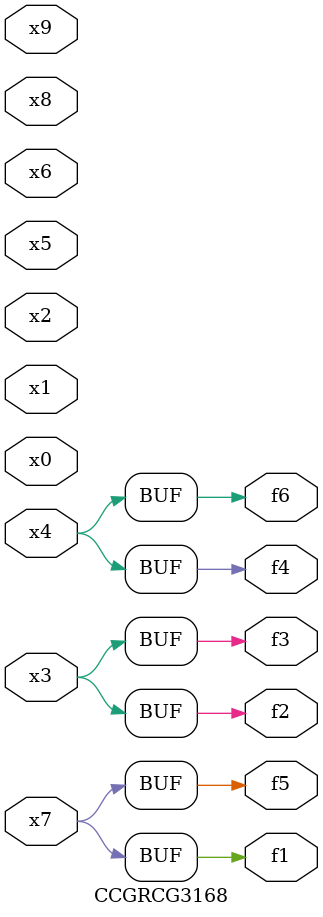
<source format=v>
module CCGRCG3168(
	input x0, x1, x2, x3, x4, x5, x6, x7, x8, x9,
	output f1, f2, f3, f4, f5, f6
);
	assign f1 = x7;
	assign f2 = x3;
	assign f3 = x3;
	assign f4 = x4;
	assign f5 = x7;
	assign f6 = x4;
endmodule

</source>
